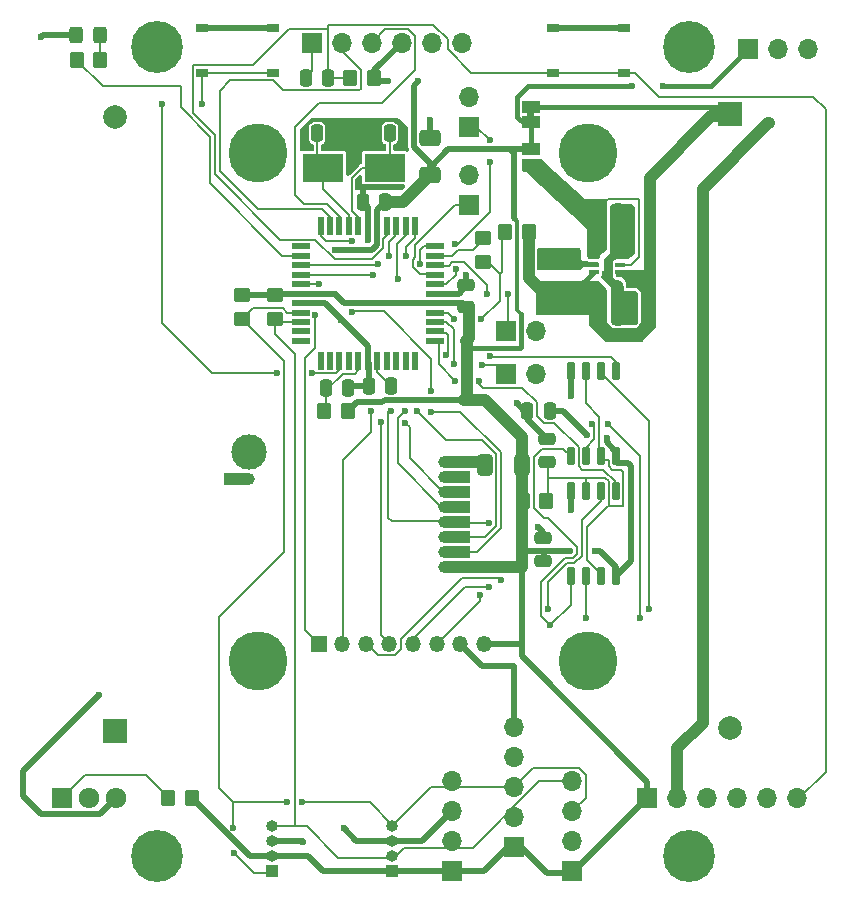
<source format=gbr>
%TF.GenerationSoftware,KiCad,Pcbnew,6.0.11-2627ca5db0~126~ubuntu22.04.1*%
%TF.CreationDate,2023-08-15T11:16:23+02:00*%
%TF.ProjectId,HB-UNI-SEN-BATT_ATMega1284P_E07-868MS10_FRAM_FUEL4EP,48422d55-4e49-42d5-9345-4e2d42415454,1.4*%
%TF.SameCoordinates,Original*%
%TF.FileFunction,Copper,L1,Top*%
%TF.FilePolarity,Positive*%
%FSLAX46Y46*%
G04 Gerber Fmt 4.6, Leading zero omitted, Abs format (unit mm)*
G04 Created by KiCad (PCBNEW 6.0.11-2627ca5db0~126~ubuntu22.04.1) date 2023-08-15 11:16:23*
%MOMM*%
%LPD*%
G01*
G04 APERTURE LIST*
G04 Aperture macros list*
%AMRoundRect*
0 Rectangle with rounded corners*
0 $1 Rounding radius*
0 $2 $3 $4 $5 $6 $7 $8 $9 X,Y pos of 4 corners*
0 Add a 4 corners polygon primitive as box body*
4,1,4,$2,$3,$4,$5,$6,$7,$8,$9,$2,$3,0*
0 Add four circle primitives for the rounded corners*
1,1,$1+$1,$2,$3*
1,1,$1+$1,$4,$5*
1,1,$1+$1,$6,$7*
1,1,$1+$1,$8,$9*
0 Add four rect primitives between the rounded corners*
20,1,$1+$1,$2,$3,$4,$5,0*
20,1,$1+$1,$4,$5,$6,$7,0*
20,1,$1+$1,$6,$7,$8,$9,0*
20,1,$1+$1,$8,$9,$2,$3,0*%
G04 Aperture macros list end*
%TA.AperFunction,SMDPad,CuDef*%
%ADD10RoundRect,0.250000X-0.325000X-0.450000X0.325000X-0.450000X0.325000X0.450000X-0.325000X0.450000X0*%
%TD*%
%TA.AperFunction,ComponentPad*%
%ADD11R,1.700000X1.700000*%
%TD*%
%TA.AperFunction,ComponentPad*%
%ADD12O,1.700000X1.700000*%
%TD*%
%TA.AperFunction,SMDPad,CuDef*%
%ADD13RoundRect,0.250000X0.412500X0.650000X-0.412500X0.650000X-0.412500X-0.650000X0.412500X-0.650000X0*%
%TD*%
%TA.AperFunction,SMDPad,CuDef*%
%ADD14RoundRect,0.250000X-0.450000X0.350000X-0.450000X-0.350000X0.450000X-0.350000X0.450000X0.350000X0*%
%TD*%
%TA.AperFunction,SMDPad,CuDef*%
%ADD15RoundRect,0.250000X-0.350000X-0.450000X0.350000X-0.450000X0.350000X0.450000X-0.350000X0.450000X0*%
%TD*%
%TA.AperFunction,SMDPad,CuDef*%
%ADD16RoundRect,0.250000X0.350000X0.450000X-0.350000X0.450000X-0.350000X-0.450000X0.350000X-0.450000X0*%
%TD*%
%TA.AperFunction,ComponentPad*%
%ADD17R,1.717500X1.800000*%
%TD*%
%TA.AperFunction,ComponentPad*%
%ADD18O,1.717500X1.800000*%
%TD*%
%TA.AperFunction,SMDPad,CuDef*%
%ADD19R,2.170000X1.000000*%
%TD*%
%TA.AperFunction,ComponentPad*%
%ADD20C,1.000000*%
%TD*%
%TA.AperFunction,ComponentPad*%
%ADD21C,3.000000*%
%TD*%
%TA.AperFunction,SMDPad,CuDef*%
%ADD22R,1.500000X1.000000*%
%TD*%
%TA.AperFunction,ComponentPad*%
%ADD23C,0.700000*%
%TD*%
%TA.AperFunction,ComponentPad*%
%ADD24C,4.400000*%
%TD*%
%TA.AperFunction,ComponentPad*%
%ADD25R,2.000000X2.000000*%
%TD*%
%TA.AperFunction,ComponentPad*%
%ADD26C,2.000000*%
%TD*%
%TA.AperFunction,SMDPad,CuDef*%
%ADD27RoundRect,0.250000X0.250000X0.475000X-0.250000X0.475000X-0.250000X-0.475000X0.250000X-0.475000X0*%
%TD*%
%TA.AperFunction,SMDPad,CuDef*%
%ADD28RoundRect,0.250000X-0.250000X-0.475000X0.250000X-0.475000X0.250000X0.475000X-0.250000X0.475000X0*%
%TD*%
%TA.AperFunction,SMDPad,CuDef*%
%ADD29R,3.500000X2.400000*%
%TD*%
%TA.AperFunction,SMDPad,CuDef*%
%ADD30RoundRect,0.250000X0.650000X-0.412500X0.650000X0.412500X-0.650000X0.412500X-0.650000X-0.412500X0*%
%TD*%
%TA.AperFunction,SMDPad,CuDef*%
%ADD31R,1.000000X0.750000*%
%TD*%
%TA.AperFunction,ComponentPad*%
%ADD32R,1.350000X1.350000*%
%TD*%
%TA.AperFunction,ComponentPad*%
%ADD33O,1.350000X1.350000*%
%TD*%
%TA.AperFunction,SMDPad,CuDef*%
%ADD34R,3.000000X0.900000*%
%TD*%
%TA.AperFunction,SMDPad,CuDef*%
%ADD35R,0.900000X0.400000*%
%TD*%
%TA.AperFunction,SMDPad,CuDef*%
%ADD36RoundRect,0.250000X0.450000X-0.350000X0.450000X0.350000X-0.450000X0.350000X-0.450000X-0.350000X0*%
%TD*%
%TA.AperFunction,ComponentPad*%
%ADD37R,1.000000X1.000000*%
%TD*%
%TA.AperFunction,ComponentPad*%
%ADD38O,1.000000X1.000000*%
%TD*%
%TA.AperFunction,SMDPad,CuDef*%
%ADD39R,0.550000X1.500000*%
%TD*%
%TA.AperFunction,SMDPad,CuDef*%
%ADD40R,1.500000X0.550000*%
%TD*%
%TA.AperFunction,SMDPad,CuDef*%
%ADD41RoundRect,0.250000X0.475000X-0.250000X0.475000X0.250000X-0.475000X0.250000X-0.475000X-0.250000X0*%
%TD*%
%TA.AperFunction,ComponentPad*%
%ADD42C,5.000000*%
%TD*%
%TA.AperFunction,SMDPad,CuDef*%
%ADD43RoundRect,0.150000X-0.150000X0.650000X-0.150000X-0.650000X0.150000X-0.650000X0.150000X0.650000X0*%
%TD*%
%TA.AperFunction,ViaPad*%
%ADD44C,0.600000*%
%TD*%
%TA.AperFunction,ViaPad*%
%ADD45C,1.000000*%
%TD*%
%TA.AperFunction,Conductor*%
%ADD46C,0.400000*%
%TD*%
%TA.AperFunction,Conductor*%
%ADD47C,0.500000*%
%TD*%
%TA.AperFunction,Conductor*%
%ADD48C,0.200000*%
%TD*%
%TA.AperFunction,Conductor*%
%ADD49C,1.000000*%
%TD*%
%TA.AperFunction,Conductor*%
%ADD50C,0.370000*%
%TD*%
G04 APERTURE END LIST*
%TO.C,JP2*%
G36*
X46937500Y-9181500D02*
G01*
X46337500Y-9181500D01*
X46337500Y-8681500D01*
X46937500Y-8681500D01*
X46937500Y-9181500D01*
G37*
%TD*%
D10*
%TO.P,D1,1,K*%
%TO.N,GND*%
X8138500Y-2200500D03*
%TO.P,D1,2,A*%
%TO.N,Net-(D1-Pad2)*%
X10188500Y-2200500D03*
%TD*%
D11*
%TO.P,J3,1,Pin_1*%
%TO.N,/A1*%
X44542000Y-30902500D03*
D12*
%TO.P,J3,2,Pin_2*%
%TO.N,GND*%
X47082000Y-30902500D03*
%TD*%
D11*
%TO.P,J4,1,Pin_1*%
%TO.N,/A3*%
X44542000Y-27219500D03*
D12*
%TO.P,J4,2,Pin_2*%
%TO.N,GND*%
X47082000Y-27219500D03*
%TD*%
D11*
%TO.P,J5,1,Pin_1*%
%TO.N,VCC*%
X56480000Y-66780000D03*
D12*
%TO.P,J5,2,Pin_2*%
%TO.N,/minusBAT*%
X59020000Y-66780000D03*
%TO.P,J5,3,Pin_3*%
%TO.N,/MOSI*%
X61560000Y-66780000D03*
%TO.P,J5,4,Pin_4*%
%TO.N,/SCK*%
X64100000Y-66780000D03*
%TO.P,J5,5,Pin_5*%
%TO.N,/MISO*%
X66640000Y-66780000D03*
%TO.P,J5,6,Pin_6*%
%TO.N,/RSETB*%
X69180000Y-66780000D03*
%TD*%
D13*
%TO.P,C1,1*%
%TO.N,VCC*%
X45850500Y-38586000D03*
%TO.P,C1,2*%
%TO.N,GND*%
X42725500Y-38586000D03*
%TD*%
D14*
%TO.P,R4,1*%
%TO.N,VCC*%
X22190000Y-24251000D03*
%TO.P,R4,2*%
%TO.N,/SCL*%
X22190000Y-26251000D03*
%TD*%
%TO.P,R5,1*%
%TO.N,VCC*%
X24984000Y-24235000D03*
%TO.P,R5,2*%
%TO.N,/SDA*%
X24984000Y-26235000D03*
%TD*%
D15*
%TO.P,R1,1*%
%TO.N,Net-(R1-Pad1)*%
X8172500Y-4296000D03*
%TO.P,R1,2*%
%TO.N,Net-(D1-Pad2)*%
X10172500Y-4296000D03*
%TD*%
D16*
%TO.P,R3,1*%
%TO.N,VCC*%
X17941600Y-66818100D03*
%TO.P,R3,2*%
%TO.N,Net-(Q1-Pad1)*%
X15941600Y-66818100D03*
%TD*%
D17*
%TO.P,Q1,1,G*%
%TO.N,Net-(Q1-Pad1)*%
X6950000Y-66780000D03*
D18*
%TO.P,Q1,2,D*%
%TO.N,/minusBAT*%
X9240000Y-66780000D03*
%TO.P,Q1,3,S*%
%TO.N,GND*%
X11530000Y-66780000D03*
%TD*%
D11*
%TO.P,J10,1,Pin_1*%
%TO.N,VCC*%
X64989000Y-3343500D03*
D12*
%TO.P,J10,2,Pin_2*%
%TO.N,/plusBAT*%
X67529000Y-3343500D03*
%TO.P,J10,3,Pin_3*%
%TO.N,/minusBAT*%
X70069000Y-3343500D03*
%TD*%
D19*
%TO.P,Module1,1A,GND*%
%TO.N,GND*%
X21715000Y-39750000D03*
D20*
X22800000Y-39750000D03*
%TO.P,Module1,1C,VCC*%
%TO.N,VCC*%
X39260000Y-47200000D03*
D19*
X40345000Y-47200000D03*
D21*
%TO.P,Module1,2A,ANT*%
%TO.N,unconnected-(Module1-Pad2A)*%
X22800000Y-37470000D03*
D19*
%TO.P,Module1,2C,GDO0*%
%TO.N,/D2*%
X40345000Y-45930000D03*
D20*
X39260000Y-45930000D03*
D19*
%TO.P,Module1,3C,~{CSN}*%
%TO.N,/SS*%
X40345000Y-44660000D03*
D20*
X39260000Y-44660000D03*
D19*
%TO.P,Module1,4C,SCK*%
%TO.N,/SCK*%
X40345000Y-43390000D03*
D20*
X39260000Y-43390000D03*
%TO.P,Module1,5C,MOSI*%
%TO.N,/MOSI*%
X39260000Y-42120000D03*
D19*
X40345000Y-42120000D03*
D20*
%TO.P,Module1,6C,MISO/GDO1*%
%TO.N,/MISO*%
X39260000Y-40850000D03*
D19*
X40345000Y-40850000D03*
%TO.P,Module1,7C,GDO2*%
%TO.N,unconnected-(Module1-Pad7C)*%
X40345000Y-39580000D03*
D20*
X39260000Y-39580000D03*
%TO.P,Module1,8C,GND*%
%TO.N,GND*%
X39260000Y-38310000D03*
D19*
X40345000Y-38310000D03*
%TD*%
D22*
%TO.P,JP2,1,A*%
%TO.N,/plusBAT*%
X46637500Y-8281500D03*
%TO.P,JP2,2,B*%
%TO.N,VCC*%
X46637500Y-9581500D03*
%TD*%
D11*
%TO.P,J8,1,Pin_1*%
%TO.N,VCC*%
X39970000Y-73003000D03*
D12*
%TO.P,J8,2,Pin_2*%
%TO.N,/SDA*%
X39970000Y-70463000D03*
%TO.P,J8,3,Pin_3*%
%TO.N,GND*%
X39970000Y-67923000D03*
%TO.P,J8,4,Pin_4*%
%TO.N,/SCL*%
X39970000Y-65383000D03*
%TD*%
D23*
%TO.P,H2,1*%
%TO.N,N/C*%
X58727200Y-4522800D03*
X60000000Y-5050000D03*
X61272800Y-4522800D03*
X61800000Y-3250000D03*
X60000000Y-1450000D03*
D24*
X60000000Y-3250000D03*
D23*
X58200000Y-3250000D03*
X58727200Y-1977200D03*
X61272800Y-1977200D03*
%TD*%
%TO.P,H4,1*%
%TO.N,N/C*%
X58200000Y-71750000D03*
X60000000Y-73550000D03*
X61272800Y-73022800D03*
X58727200Y-73022800D03*
X58727200Y-70477200D03*
X60000000Y-69950000D03*
X61272800Y-70477200D03*
X61800000Y-71750000D03*
D24*
X60000000Y-71750000D03*
%TD*%
D23*
%TO.P,H1,1*%
%TO.N,N/C*%
X16272800Y-4522800D03*
X13727200Y-4522800D03*
X15000000Y-1450000D03*
X13200000Y-3250000D03*
X16800000Y-3250000D03*
D24*
X15000000Y-3250000D03*
D23*
X15000000Y-5050000D03*
X16272800Y-1977200D03*
X13727200Y-1977200D03*
%TD*%
%TO.P,H3,1*%
%TO.N,N/C*%
X13727200Y-70477200D03*
X13200000Y-71750000D03*
X15000000Y-73550000D03*
X15000000Y-69950000D03*
X13727200Y-73022800D03*
X16800000Y-71750000D03*
X16272800Y-70477200D03*
D24*
X15000000Y-71750000D03*
D23*
X16272800Y-73022800D03*
%TD*%
D25*
%TO.P,BT2,1,+*%
%TO.N,/conBAT*%
X11420000Y-61100000D03*
D26*
%TO.P,BT2,2,-*%
%TO.N,/minusBAT*%
X11420000Y-9110000D03*
%TD*%
D27*
%TO.P,C2,1*%
%TO.N,GND*%
X31168900Y-32050000D03*
%TO.P,C2,2*%
%TO.N,/VAVCC*%
X29268900Y-32050000D03*
%TD*%
%TO.P,C4,1*%
%TO.N,VCC*%
X34316000Y-16361000D03*
%TO.P,C4,2*%
%TO.N,GND*%
X32416000Y-16361000D03*
%TD*%
D28*
%TO.P,C6,1*%
%TO.N,Net-(C6-Pad1)*%
X28542500Y-10519000D03*
%TO.P,C6,2*%
%TO.N,GND*%
X30442500Y-10519000D03*
%TD*%
D27*
%TO.P,C8,1*%
%TO.N,Net-(C8-Pad1)*%
X34801100Y-31893100D03*
%TO.P,C8,2*%
%TO.N,GND*%
X32901100Y-31893100D03*
%TD*%
D11*
%TO.P,J12,1,Pin_1*%
%TO.N,/DTR*%
X28070100Y-2860900D03*
D12*
%TO.P,J12,2,Pin_2*%
%TO.N,/TXD0*%
X30610100Y-2860900D03*
%TO.P,J12,3,Pin_3*%
%TO.N,/RXD0*%
X33150100Y-2860900D03*
%TO.P,J12,4,Pin_4*%
%TO.N,VCC*%
X35690100Y-2860900D03*
%TO.P,J12,5,Pin_5*%
%TO.N,GND*%
X38230100Y-2860900D03*
%TO.P,J12,6,Pin_6*%
X40770100Y-2860900D03*
%TD*%
D16*
%TO.P,R2,1*%
%TO.N,VCC*%
X33315200Y-5870800D03*
%TO.P,R2,2*%
%TO.N,/RSETB*%
X31315200Y-5870800D03*
%TD*%
%TO.P,R6,1*%
%TO.N,VCC*%
X31143500Y-34000000D03*
%TO.P,R6,2*%
%TO.N,/VAVCC*%
X29143500Y-34000000D03*
%TD*%
D29*
%TO.P,Y1,1,1*%
%TO.N,Net-(C6-Pad1)*%
X29051500Y-13440000D03*
%TO.P,Y1,2,2*%
%TO.N,Net-(C7-Pad1)*%
X34251500Y-13440000D03*
%TD*%
D30*
%TO.P,C5,1*%
%TO.N,VCC*%
X38065000Y-14037700D03*
%TO.P,C5,2*%
%TO.N,GND*%
X38065000Y-10912700D03*
%TD*%
D31*
%TO.P,SW2,A*%
%TO.N,GND*%
X48500000Y-1625000D03*
%TO.P,SW2,B,e*%
X54500000Y-1625000D03*
%TO.P,SW2,C*%
%TO.N,/RSETB*%
X48500000Y-5375000D03*
%TO.P,SW2,D*%
X54500000Y-5375000D03*
%TD*%
%TO.P,SW1,A*%
%TO.N,/CONFIG*%
X24800000Y-5375000D03*
%TO.P,SW1,B,e*%
X18800000Y-5375000D03*
%TO.P,SW1,C*%
%TO.N,GND*%
X24800000Y-1625000D03*
%TO.P,SW1,D*%
X18800000Y-1625000D03*
%TD*%
D25*
%TO.P,BT1,1,+*%
%TO.N,/plusBAT*%
X63490000Y-8860000D03*
D26*
%TO.P,BT1,2,-*%
%TO.N,/conBAT*%
X63490000Y-60850000D03*
%TD*%
D32*
%TO.P,J11,1,Pin_1*%
%TO.N,/D7*%
X28667000Y-53750000D03*
D33*
%TO.P,J11,2,Pin_2*%
%TO.N,/D6*%
X30667000Y-53750000D03*
%TO.P,J11,3,Pin_3*%
%TO.N,/MISO*%
X32667000Y-53750000D03*
%TO.P,J11,4,Pin_4*%
%TO.N,/D5*%
X34667000Y-53750000D03*
%TO.P,J11,5,Pin_5*%
%TO.N,/SCK*%
X36667000Y-53750000D03*
%TO.P,J11,6,Pin_6*%
%TO.N,/MOSI*%
X38667000Y-53750000D03*
%TO.P,J11,7,Pin_7*%
%TO.N,GND*%
X40667000Y-53750000D03*
%TO.P,J11,8,Pin_8*%
%TO.N,VCC*%
X42667000Y-53750000D03*
%TD*%
D28*
%TO.P,C11,1*%
%TO.N,/plusBAT*%
X52080680Y-26053640D03*
%TO.P,C11,2*%
%TO.N,GND*%
X53980680Y-26053640D03*
%TD*%
%TO.P,C12,1*%
%TO.N,/Vout*%
X52101000Y-19210880D03*
%TO.P,C12,2*%
%TO.N,GND*%
X54001000Y-19210880D03*
%TD*%
%TO.P,C13,1*%
%TO.N,/Vout*%
X52101000Y-17204280D03*
%TO.P,C13,2*%
%TO.N,GND*%
X54001000Y-17204280D03*
%TD*%
D22*
%TO.P,JP3,1,A*%
%TO.N,/Vout*%
X46688300Y-13188300D03*
%TO.P,JP3,2,B*%
%TO.N,VCC*%
X46688300Y-11888300D03*
%TD*%
D34*
%TO.P,L1,1,1*%
%TO.N,/plusBAT*%
X48809200Y-23684000D03*
%TO.P,L1,2,2*%
%TO.N,Net-(L1-Pad2)*%
X48809200Y-21584000D03*
%TD*%
D35*
%TO.P,U2,1,VIN*%
%TO.N,/plusBAT*%
X54214500Y-22281500D03*
%TO.P,U2,2,FB*%
%TO.N,/Vout*%
X54214500Y-21631500D03*
%TO.P,U2,3,GND*%
%TO.N,GND*%
X54214500Y-20981500D03*
%TO.P,U2,4,VOUT*%
%TO.N,/Vout*%
X52014500Y-20981500D03*
%TO.P,U2,5,L*%
%TO.N,Net-(L1-Pad2)*%
X52014500Y-21631500D03*
%TO.P,U2,6,EN*%
%TO.N,/plusBAT*%
X52014500Y-22281500D03*
%TD*%
D16*
%TO.P,R8,1*%
%TO.N,/plusBAT*%
X46456400Y-18875600D03*
%TO.P,R8,2*%
%TO.N,/A0*%
X44456400Y-18875600D03*
%TD*%
D36*
%TO.P,R7,1*%
%TO.N,/A0*%
X42616680Y-21384360D03*
%TO.P,R7,2*%
%TO.N,/A2*%
X42616680Y-19384360D03*
%TD*%
D11*
%TO.P,J1,1,Pin_1*%
%TO.N,/PB0_T0*%
X41400000Y-10011000D03*
D12*
%TO.P,J1,2,Pin_2*%
%TO.N,GND*%
X41400000Y-7471000D03*
%TD*%
D37*
%TO.P,J6,1,Pin_1*%
%TO.N,/SCL*%
X24730000Y-73000000D03*
D38*
%TO.P,J6,2,Pin_2*%
%TO.N,VCC*%
X24730000Y-71730000D03*
%TO.P,J6,3,Pin_3*%
%TO.N,GND*%
X24730000Y-70460000D03*
%TO.P,J6,4,Pin_4*%
%TO.N,/SDA*%
X24730000Y-69190000D03*
%TD*%
D27*
%TO.P,C9,1*%
%TO.N,/RSETB*%
X29474800Y-5870800D03*
%TO.P,C9,2*%
%TO.N,/DTR*%
X27574800Y-5870800D03*
%TD*%
%TO.P,C7,1*%
%TO.N,Net-(C7-Pad1)*%
X34697000Y-10519000D03*
%TO.P,C7,2*%
%TO.N,GND*%
X32797000Y-10519000D03*
%TD*%
D39*
%TO.P,U1,1,PB5*%
%TO.N,/MOSI*%
X36832600Y-18395300D03*
%TO.P,U1,2,PB6*%
%TO.N,/MISO*%
X36032600Y-18395300D03*
%TO.P,U1,3,PB7*%
%TO.N,/SCK*%
X35232600Y-18395300D03*
%TO.P,U1,4,~{RESET}*%
%TO.N,/RSETB*%
X34432600Y-18395300D03*
%TO.P,U1,5,VCC*%
%TO.N,VCC*%
X33632600Y-18395300D03*
%TO.P,U1,6,GND*%
%TO.N,GND*%
X32832600Y-18395300D03*
%TO.P,U1,7,XTAL2*%
%TO.N,Net-(C7-Pad1)*%
X32032600Y-18395300D03*
%TO.P,U1,8,XTAL1*%
%TO.N,Net-(C6-Pad1)*%
X31232600Y-18395300D03*
%TO.P,U1,9,PD0*%
%TO.N,/RXD0*%
X30432600Y-18395300D03*
%TO.P,U1,10,PD1*%
%TO.N,/TXD0*%
X29632600Y-18395300D03*
%TO.P,U1,11,PD2*%
%TO.N,/D2*%
X28832600Y-18395300D03*
D40*
%TO.P,U1,12,PD3*%
%TO.N,unconnected-(U1-Pad12)*%
X27132600Y-20095300D03*
%TO.P,U1,13,PD4*%
%TO.N,Net-(R1-Pad1)*%
X27132600Y-20895300D03*
%TO.P,U1,14,PD5*%
%TO.N,/D5*%
X27132600Y-21695300D03*
%TO.P,U1,15,PD6*%
%TO.N,/D6*%
X27132600Y-22495300D03*
%TO.P,U1,16,PD7*%
%TO.N,/D7*%
X27132600Y-23295300D03*
%TO.P,U1,17,VCC*%
%TO.N,VCC*%
X27132600Y-24095300D03*
%TO.P,U1,18,GND*%
%TO.N,GND*%
X27132600Y-24895300D03*
%TO.P,U1,19,PC0*%
%TO.N,/SCL*%
X27132600Y-25695300D03*
%TO.P,U1,20,PC1*%
%TO.N,/SDA*%
X27132600Y-26495300D03*
%TO.P,U1,21,PC2*%
%TO.N,unconnected-(U1-Pad21)*%
X27132600Y-27295300D03*
%TO.P,U1,22,PC3*%
%TO.N,unconnected-(U1-Pad22)*%
X27132600Y-28095300D03*
D39*
%TO.P,U1,23,PC4*%
%TO.N,unconnected-(U1-Pad23)*%
X28832600Y-29795300D03*
%TO.P,U1,24,PC5*%
%TO.N,unconnected-(U1-Pad24)*%
X29632600Y-29795300D03*
%TO.P,U1,25,PC6*%
%TO.N,/CONFIG*%
X30432600Y-29795300D03*
%TO.P,U1,26,PC7*%
%TO.N,unconnected-(U1-Pad26)*%
X31232600Y-29795300D03*
%TO.P,U1,27,AVCC*%
%TO.N,/VAVCC*%
X32032600Y-29795300D03*
%TO.P,U1,28,GND*%
%TO.N,GND*%
X32832600Y-29795300D03*
%TO.P,U1,29,AREF*%
%TO.N,Net-(C8-Pad1)*%
X33632600Y-29795300D03*
%TO.P,U1,30,PA7*%
%TO.N,unconnected-(U1-Pad30)*%
X34432600Y-29795300D03*
%TO.P,U1,31,PA6*%
%TO.N,unconnected-(U1-Pad31)*%
X35232600Y-29795300D03*
%TO.P,U1,32,PA5*%
%TO.N,unconnected-(U1-Pad32)*%
X36032600Y-29795300D03*
%TO.P,U1,33,PA4*%
%TO.N,unconnected-(U1-Pad33)*%
X36832600Y-29795300D03*
D40*
%TO.P,U1,34,PA3*%
%TO.N,/PA3*%
X38532600Y-28095300D03*
%TO.P,U1,35,PA2*%
%TO.N,/PA2*%
X38532600Y-27295300D03*
%TO.P,U1,36,PA1*%
%TO.N,/A1*%
X38532600Y-26495300D03*
%TO.P,U1,37,PA0*%
%TO.N,/A0*%
X38532600Y-25695300D03*
%TO.P,U1,38,VCC*%
%TO.N,VCC*%
X38532600Y-24895300D03*
%TO.P,U1,39,GND*%
%TO.N,GND*%
X38532600Y-24095300D03*
%TO.P,U1,40,PB0*%
%TO.N,/PB0_T0*%
X38532600Y-23295300D03*
%TO.P,U1,41,PB1*%
%TO.N,/PB1_T1*%
X38532600Y-22495300D03*
%TO.P,U1,42,PB2*%
%TO.N,/A3*%
X38532600Y-21695300D03*
%TO.P,U1,43,PB3*%
%TO.N,/A2*%
X38532600Y-20895300D03*
%TO.P,U1,44,PB4*%
%TO.N,/SS*%
X38532600Y-20095300D03*
%TD*%
D41*
%TO.P,C3,1*%
%TO.N,VCC*%
X41176500Y-25248500D03*
%TO.P,C3,2*%
%TO.N,GND*%
X41176500Y-23348500D03*
%TD*%
D11*
%TO.P,J2,1,Pin_1*%
%TO.N,/PB1_T1*%
X41400000Y-16615000D03*
D12*
%TO.P,J2,2,Pin_2*%
%TO.N,GND*%
X41400000Y-14075000D03*
%TD*%
D11*
%TO.P,J9,1,Pin_1*%
%TO.N,VCC*%
X50130000Y-73000000D03*
D12*
%TO.P,J9,2,Pin_2*%
%TO.N,GND*%
X50130000Y-70460000D03*
%TO.P,J9,3,Pin_3*%
%TO.N,/SCL*%
X50130000Y-67920000D03*
%TO.P,J9,4,Pin_4*%
%TO.N,/SDA*%
X50130000Y-65380000D03*
%TD*%
D42*
%TO.P,H5,1*%
%TO.N,N/C*%
X23510800Y-12200000D03*
%TD*%
%TO.P,H6,1*%
%TO.N,N/C*%
X23510800Y-55200000D03*
%TD*%
%TO.P,H7,1*%
%TO.N,N/C*%
X51510800Y-12200000D03*
%TD*%
%TO.P,H8,1*%
%TO.N,N/C*%
X51510800Y-55200000D03*
%TD*%
D43*
%TO.P,U3,1,~{CS}*%
%TO.N,/PA3*%
X53813000Y-40828000D03*
%TO.P,U3,2,SO*%
%TO.N,/MISO*%
X52543000Y-40828000D03*
%TO.P,U3,3,~{WP}*%
%TO.N,/~{hold}*%
X51273000Y-40828000D03*
%TO.P,U3,4,GND*%
%TO.N,GND*%
X50003000Y-40828000D03*
%TO.P,U3,5,SI*%
%TO.N,/MOSI*%
X50003000Y-48028000D03*
%TO.P,U3,6,SCK*%
%TO.N,/SCK*%
X51273000Y-48028000D03*
%TO.P,U3,7,~{HOLD}*%
%TO.N,/~{hold}*%
X52543000Y-48028000D03*
%TO.P,U3,8,VDD*%
%TO.N,VCC*%
X53813000Y-48028000D03*
%TD*%
%TO.P,U4,1,~{CS}*%
%TO.N,/PA2*%
X53813000Y-30668000D03*
%TO.P,U4,2,SO*%
%TO.N,/MISO*%
X52543000Y-30668000D03*
%TO.P,U4,3,~{WP}*%
%TO.N,/~{hold}*%
X51273000Y-30668000D03*
%TO.P,U4,4,GND*%
%TO.N,GND*%
X50003000Y-30668000D03*
%TO.P,U4,5,SI*%
%TO.N,/MOSI*%
X50003000Y-37868000D03*
%TO.P,U4,6,SCK*%
%TO.N,/SCK*%
X51273000Y-37868000D03*
%TO.P,U4,7,~{HOLD}*%
%TO.N,/~{hold}*%
X52543000Y-37868000D03*
%TO.P,U4,8,VDD*%
%TO.N,VCC*%
X53813000Y-37868000D03*
%TD*%
D16*
%TO.P,R9,1*%
%TO.N,/~{hold}*%
X47939000Y-41634000D03*
%TO.P,R9,2*%
%TO.N,VCC*%
X45939000Y-41634000D03*
%TD*%
D41*
%TO.P,C14,1*%
%TO.N,/~{hold}*%
X47971000Y-38329500D03*
%TO.P,C14,2*%
%TO.N,GND*%
X47971000Y-36429500D03*
%TD*%
%TO.P,C15,1*%
%TO.N,VCC*%
X47653500Y-46711500D03*
%TO.P,C15,2*%
%TO.N,GND*%
X47653500Y-44811500D03*
%TD*%
D28*
%TO.P,C10,1*%
%TO.N,/plusBAT*%
X52080680Y-24057200D03*
%TO.P,C10,2*%
%TO.N,GND*%
X53980680Y-24057200D03*
%TD*%
D37*
%TO.P,J7,1,Pin_1*%
%TO.N,VCC*%
X34890000Y-73003000D03*
D38*
%TO.P,J7,2,Pin_2*%
%TO.N,/SDA*%
X34890000Y-71733000D03*
%TO.P,J7,3,Pin_3*%
%TO.N,GND*%
X34890000Y-70463000D03*
%TO.P,J7,4,Pin_4*%
%TO.N,/SCL*%
X34890000Y-69193000D03*
%TD*%
D11*
%TO.P,J13,1,Pin_1*%
%TO.N,VCC*%
X45177000Y-70971000D03*
D12*
%TO.P,J13,2,Pin_2*%
%TO.N,/SDA*%
X45177000Y-68431000D03*
%TO.P,J13,3,Pin_3*%
%TO.N,/SCL*%
X45177000Y-65891000D03*
%TO.P,J13,4,Pin_4*%
%TO.N,unconnected-(J13-Pad4)*%
X45177000Y-63351000D03*
%TO.P,J13,5,Pin_5*%
%TO.N,GND*%
X45177000Y-60811000D03*
%TD*%
D27*
%TO.P,C16,1*%
%TO.N,VCC*%
X48220000Y-34014000D03*
%TO.P,C16,2*%
%TO.N,GND*%
X46320000Y-34014000D03*
%TD*%
D44*
%TO.N,GND*%
X30775200Y-69370800D03*
X50003000Y-32744000D03*
X41176500Y-22520500D03*
D45*
X55083000Y-24362000D03*
D44*
X51878600Y-1625000D03*
X50003000Y-42396000D03*
D45*
X54956000Y-18520000D03*
D44*
X47272500Y-43856500D03*
X27371600Y-70488400D03*
X32416000Y-15220500D03*
X10099600Y-58042400D03*
D45*
X54956000Y-17123000D03*
D44*
X32822962Y-19551762D03*
D45*
X54956000Y-19790000D03*
D44*
X45431000Y-33379000D03*
X31651500Y-12106500D03*
X38065000Y-9376000D03*
D45*
X55083000Y-26013000D03*
D44*
X21809000Y-1629000D03*
X31651500Y-10519000D03*
X5172000Y-2391000D03*
X30572000Y-26330500D03*
%TO.N,/SS*%
X37239500Y-21568000D03*
X36998006Y-34014000D03*
%TO.N,/D2*%
X31461000Y-25645300D03*
X38192000Y-32318110D03*
X38192000Y-34077500D03*
X31461000Y-19645302D03*
%TO.N,/SCL*%
X21450331Y-69297669D03*
X27298500Y-67161000D03*
X21469174Y-71437836D03*
X26000000Y-67161000D03*
%TO.N,/A0*%
X40160500Y-26267000D03*
X42446500Y-26267000D03*
%TO.N,/A1*%
X40097000Y-30077002D03*
X42510004Y-30140500D03*
%TO.N,/A3*%
X44732500Y-24108000D03*
X42891000Y-24108000D03*
%TO.N,/MOSI*%
X42340000Y-49630000D03*
X48288499Y-52175001D03*
X36096500Y-20933000D03*
X35969500Y-34014000D03*
%TO.N,/SCK*%
X34763000Y-34014000D03*
X53178000Y-35156994D03*
X55845000Y-51540000D03*
X34636000Y-20933000D03*
X51781000Y-35157000D03*
X43070000Y-43490000D03*
X43070000Y-48960000D03*
X51273000Y-51540000D03*
%TO.N,/MISO*%
X44097500Y-48365000D03*
X35345499Y-22838000D03*
X56607000Y-50778000D03*
X48098000Y-50778000D03*
X35969500Y-35030000D03*
%TO.N,VCC*%
X55235400Y-6531200D03*
X53050996Y-36300000D03*
X49939500Y-45863500D03*
X30064000Y-24108000D03*
X30082364Y-20406636D03*
X57851600Y-6531200D03*
X37074400Y-6124800D03*
X51400000Y-36046000D03*
X52098503Y-45888497D03*
X34534400Y-6124800D03*
D45*
%TO.N,/minusBAT*%
X66779700Y-9680800D03*
%TO.N,/plusBAT*%
X55210000Y-22838000D03*
X51146000Y-23473000D03*
D44*
%TO.N,/D5*%
X33683500Y-21568000D03*
X33937500Y-34966500D03*
%TO.N,/D6*%
X33073997Y-34014000D03*
X33274000Y-22495300D03*
%TO.N,/D7*%
X28382602Y-25922012D03*
X28679800Y-23295300D03*
%TO.N,/CONFIG*%
X25117301Y-30845301D03*
X28089199Y-30845301D03*
X18800000Y-8018000D03*
X15420000Y-8018000D03*
%TO.N,/PB0_T0*%
X40220565Y-19891718D03*
X43145000Y-11090500D03*
X40287500Y-22012500D03*
X43145000Y-12932000D03*
%TO.N,/PA2*%
X43145000Y-29380000D03*
X39462000Y-29315000D03*
%TO.N,/PA3*%
X40224000Y-31474000D03*
X42256000Y-31474000D03*
%TD*%
D46*
%TO.N,/plusBAT*%
X51146000Y-23473000D02*
X51146000Y-23150000D01*
X51146000Y-23150000D02*
X52014500Y-22281500D01*
D47*
%TO.N,GND*%
X42521000Y-55604000D02*
X40667000Y-53750000D01*
X31588000Y-10519000D02*
X31651500Y-10519000D01*
X5362500Y-2200500D02*
X5172000Y-2391000D01*
X54500000Y-1625000D02*
X51878600Y-1625000D01*
X38065000Y-10912700D02*
X38065000Y-9376000D01*
X32416000Y-16361000D02*
X32416000Y-15220500D01*
X54956000Y-18520000D02*
X54321000Y-19155000D01*
X24730000Y-70460000D02*
X27343200Y-70460000D01*
D48*
X52924000Y-21637240D02*
X52924000Y-22965000D01*
D47*
X30563150Y-26321650D02*
X30572000Y-26330500D01*
X54448000Y-24362000D02*
X54194000Y-24108000D01*
D48*
X52924000Y-22965000D02*
X54067000Y-24108000D01*
D47*
X3648000Y-64494000D02*
X10099600Y-58042400D01*
X32832600Y-18395300D02*
X32832600Y-16780100D01*
X54956000Y-19790000D02*
X54321000Y-19155000D01*
X27343200Y-70460000D02*
X27371600Y-70488400D01*
D48*
X53582280Y-20978960D02*
X52924000Y-21637240D01*
D47*
X46320000Y-34739000D02*
X47844000Y-36263000D01*
X3648000Y-66627600D02*
X3648000Y-64494000D01*
X55083000Y-24362000D02*
X54448000Y-24362000D01*
D48*
X54232280Y-20978960D02*
X53582280Y-20978960D01*
D47*
X45177000Y-55629400D02*
X45151600Y-55604000D01*
X50003000Y-40828000D02*
X50003000Y-42396000D01*
X21813000Y-1625000D02*
X21809000Y-1629000D01*
X47653500Y-44237500D02*
X47272500Y-43856500D01*
X10180000Y-68130000D02*
X5150400Y-68130000D01*
X38532600Y-24095300D02*
X40554200Y-24095300D01*
X30442500Y-10519000D02*
X31588000Y-10519000D01*
X32832600Y-16780100D02*
X32477000Y-16424500D01*
X54956000Y-17123000D02*
X53940000Y-17123000D01*
X5150400Y-68130000D02*
X3648000Y-66627600D01*
X45177000Y-60811000D02*
X45177000Y-55629400D01*
X32832600Y-28545300D02*
X30563150Y-26275850D01*
X30563150Y-26275850D02*
X30563150Y-26321650D01*
X34890000Y-70463000D02*
X31867400Y-70463000D01*
X45151600Y-55604000D02*
X42521000Y-55604000D01*
X32832600Y-19542124D02*
X32822962Y-19551762D01*
X32901100Y-31893100D02*
X32901100Y-29993100D01*
X31588000Y-10519000D02*
X32794500Y-10519000D01*
X8138500Y-2200500D02*
X5362500Y-2200500D01*
X41176500Y-23348500D02*
X41176500Y-22520500D01*
X11530000Y-66780000D02*
X10180000Y-68130000D01*
D49*
X40345000Y-38310000D02*
X42792800Y-38310000D01*
D47*
X55083000Y-26013000D02*
X54067000Y-26013000D01*
D46*
X54270200Y-24158800D02*
X54331160Y-24219760D01*
D47*
X32832600Y-18395300D02*
X32832600Y-19542124D01*
X34890000Y-70463000D02*
X37430000Y-70463000D01*
X40554200Y-24095300D02*
X41176500Y-23473000D01*
X51878600Y-1625000D02*
X48432200Y-1625000D01*
X50003000Y-31176000D02*
X50003000Y-32744000D01*
X47653500Y-44811500D02*
X47653500Y-44237500D01*
X18796300Y-1625000D02*
X21813000Y-1625000D01*
X46320000Y-34014000D02*
X46066000Y-34014000D01*
X31867400Y-70463000D02*
X30775200Y-69370800D01*
X46066000Y-34014000D02*
X45431000Y-33379000D01*
X54001000Y-19210880D02*
X54001000Y-20740000D01*
X54001000Y-17204280D02*
X54001000Y-19216000D01*
X31651500Y-10519000D02*
X31651500Y-12106500D01*
X29182600Y-24895300D02*
X27132600Y-24895300D01*
X32901100Y-31893100D02*
X31359400Y-31893100D01*
X46320000Y-34014000D02*
X46320000Y-34739000D01*
X37430000Y-70463000D02*
X39970000Y-67923000D01*
X21813000Y-1625000D02*
X24853000Y-1625000D01*
X32832600Y-29795300D02*
X32832600Y-28545300D01*
X30563150Y-26275850D02*
X29182600Y-24895300D01*
D48*
%TO.N,Net-(D1-Pad2)*%
X10188500Y-2200500D02*
X10188500Y-4169000D01*
%TO.N,/SS*%
X43688010Y-43759992D02*
X43688010Y-37708176D01*
X42788002Y-44660000D02*
X43688010Y-43759992D01*
X39260000Y-44660000D02*
X42788002Y-44660000D01*
X42470334Y-36490500D02*
X39474506Y-36490500D01*
X39474506Y-36490500D02*
X36998006Y-34014000D01*
X37582600Y-20095300D02*
X37239500Y-20438400D01*
X43688010Y-37708176D02*
X42470334Y-36490500D01*
X38532600Y-20095300D02*
X37582600Y-20095300D01*
X37239500Y-20438400D02*
X37239500Y-21568000D01*
%TO.N,/D2*%
X42083700Y-45930000D02*
X44088020Y-43925681D01*
X31461000Y-25568500D02*
X31461000Y-25645300D01*
X40623033Y-34077500D02*
X38192000Y-34077500D01*
X28857500Y-19185202D02*
X28857500Y-18393000D01*
X40345000Y-45930000D02*
X42083700Y-45930000D01*
X44088020Y-43925681D02*
X44088020Y-37542487D01*
X38192000Y-29589698D02*
X34170802Y-25568500D01*
X38192000Y-32318110D02*
X38192000Y-29589698D01*
X31461000Y-19645302D02*
X29317600Y-19645302D01*
X34170802Y-25568500D02*
X31461000Y-25568500D01*
X44088020Y-37542487D02*
X40623033Y-34077500D01*
X29317600Y-19645302D02*
X28857500Y-19185202D01*
%TO.N,/SCL*%
X27132600Y-25695300D02*
X26022134Y-25695300D01*
X25661824Y-25334990D02*
X23122010Y-25334990D01*
X50130000Y-67920000D02*
X51280001Y-66769999D01*
X20221500Y-65954500D02*
X21428000Y-67161000D01*
X46838001Y-64229999D02*
X45177000Y-65891000D01*
X21428000Y-67161000D02*
X21428000Y-69320000D01*
X26022134Y-25695300D02*
X25661824Y-25334990D01*
X32985000Y-67161000D02*
X34890000Y-69066000D01*
X23161338Y-73130000D02*
X21469174Y-71437836D01*
X24603000Y-73130000D02*
X23161338Y-73130000D01*
X51280001Y-64827999D02*
X50682001Y-64229999D01*
X50682001Y-64229999D02*
X46838001Y-64229999D01*
X45177000Y-65891000D02*
X40732000Y-65891000D01*
X27298500Y-67161000D02*
X32985000Y-67161000D01*
X22063000Y-26140000D02*
X25717302Y-29794302D01*
X21428000Y-69320000D02*
X21450331Y-69297669D01*
X21428000Y-67161000D02*
X26000000Y-67161000D01*
X38192000Y-65891000D02*
X34890000Y-69193000D01*
X51280001Y-66769999D02*
X51280001Y-64827999D01*
X20221500Y-51445298D02*
X20221500Y-65954500D01*
X25717302Y-29794302D02*
X25717302Y-45949496D01*
X25717302Y-45949496D02*
X20221500Y-51445298D01*
X40732000Y-65891000D02*
X38192000Y-65891000D01*
X23122010Y-25334990D02*
X22190000Y-26267000D01*
%TO.N,/SDA*%
X26762000Y-69193000D02*
X24857000Y-69193000D01*
X26698500Y-69129500D02*
X26762000Y-69193000D01*
X41706499Y-71012501D02*
X35864499Y-71012501D01*
X26698500Y-29226202D02*
X26698500Y-69129500D01*
X50130000Y-65380000D02*
X47339000Y-65380000D01*
X35864499Y-71012501D02*
X35017000Y-71860000D01*
X27651000Y-69193000D02*
X26762000Y-69193000D01*
X24984000Y-27511702D02*
X26698500Y-29226202D01*
X27132600Y-26495300D02*
X25212300Y-26495300D01*
X24984000Y-26267000D02*
X24984000Y-27511702D01*
X47339000Y-65380000D02*
X41706499Y-71012501D01*
X35017000Y-71860000D02*
X30318000Y-71860000D01*
X30318000Y-71860000D02*
X27651000Y-69193000D01*
%TO.N,/A0*%
X44034000Y-24679500D02*
X44034000Y-22393500D01*
X44034000Y-24679500D02*
X42446500Y-26267000D01*
X39588800Y-25695300D02*
X40160500Y-26267000D01*
X44173700Y-22253800D02*
X44034000Y-22393500D01*
X38532600Y-25695300D02*
X39588800Y-25695300D01*
X44173700Y-22253800D02*
X44173700Y-19107500D01*
X42954500Y-21314000D02*
X44034000Y-22393500D01*
%TO.N,/A1*%
X40097000Y-27109700D02*
X40097000Y-30077002D01*
X42510004Y-30140500D02*
X44034000Y-30140500D01*
X38532600Y-26495300D02*
X39482600Y-26495300D01*
X39482600Y-26495300D02*
X40097000Y-27109700D01*
X44034000Y-30140500D02*
X44669000Y-30775500D01*
%TO.N,/A2*%
X40462000Y-20441000D02*
X39970000Y-20933000D01*
X41732000Y-20441000D02*
X42827500Y-19345500D01*
X41732000Y-20441000D02*
X40462000Y-20441000D01*
X39970000Y-20933000D02*
X38509500Y-20933000D01*
%TO.N,/A3*%
X39999499Y-21412499D02*
X40956501Y-21412499D01*
X40956501Y-21412499D02*
X42891000Y-23346998D01*
X44732500Y-24108000D02*
X44732500Y-27092500D01*
X39691598Y-21720400D02*
X39999499Y-21412499D01*
X38547600Y-21720400D02*
X39691598Y-21720400D01*
X42891000Y-23346998D02*
X42891000Y-24108000D01*
%TO.N,/MOSI*%
X47497999Y-48530891D02*
X47497999Y-51384501D01*
X35369499Y-38429499D02*
X35369499Y-34614001D01*
X42340000Y-49630000D02*
X42340000Y-50122500D01*
X39060000Y-42120000D02*
X35369499Y-38429499D01*
X47497999Y-51384501D02*
X48288499Y-52175001D01*
X50539502Y-46151502D02*
X50202503Y-46488501D01*
X36832600Y-18395300D02*
X36832600Y-19406702D01*
X50539502Y-45575498D02*
X50539502Y-46151502D01*
X40345000Y-42120000D02*
X39060000Y-42120000D01*
X35369499Y-34614001D02*
X35969500Y-34014000D01*
X48058504Y-43094500D02*
X50539502Y-45575498D01*
X46891500Y-37906166D02*
X46891500Y-42206498D01*
X47779502Y-43094500D02*
X48058504Y-43094500D01*
X49364510Y-37229510D02*
X47568156Y-37229510D01*
X46891500Y-42206498D02*
X47779502Y-43094500D01*
X36096500Y-20142802D02*
X36096500Y-20933000D01*
X50003000Y-37868000D02*
X49364510Y-37229510D01*
X36832600Y-19406702D02*
X36096500Y-20142802D01*
X47568156Y-37229510D02*
X46891500Y-37906166D01*
X50003000Y-50460500D02*
X48288499Y-52175001D01*
X49540389Y-46488501D02*
X47497999Y-48530891D01*
X50202503Y-46488501D02*
X49540389Y-46488501D01*
X42340000Y-50122500D02*
X38636500Y-53826000D01*
X50003000Y-48028000D02*
X50003000Y-50460500D01*
%TO.N,/SCK*%
X43070000Y-43490000D02*
X40302000Y-43490000D01*
X35144000Y-19248902D02*
X35144000Y-18647000D01*
X34636000Y-19756902D02*
X35144000Y-19248902D01*
X55845000Y-51540000D02*
X55845000Y-37823994D01*
X51273000Y-37135889D02*
X52000003Y-36408886D01*
X53178000Y-35156994D02*
X55845000Y-37823994D01*
X34839200Y-43361200D02*
X34572500Y-43094500D01*
X52000003Y-35376003D02*
X51781000Y-35157000D01*
X41026000Y-48960000D02*
X36668000Y-53318000D01*
X51273000Y-48028000D02*
X51273000Y-51540000D01*
X39258800Y-43361200D02*
X34839200Y-43361200D01*
X34572500Y-43094500D02*
X34572500Y-34014000D01*
X43070000Y-48960000D02*
X41026000Y-48960000D01*
X52000003Y-36408886D02*
X52000003Y-35376003D01*
X34636000Y-19756902D02*
X34636000Y-20933000D01*
%TO.N,/MISO*%
X56607000Y-34903000D02*
X56607000Y-50778000D01*
X35642001Y-54218001D02*
X35135001Y-54725001D01*
X36363200Y-38027200D02*
X39208000Y-40872000D01*
X36160000Y-19032902D02*
X35271000Y-19921902D01*
X50939513Y-43231487D02*
X50939513Y-46317191D01*
X36363200Y-35423700D02*
X35969500Y-35030000D01*
X49666600Y-46927990D02*
X48098000Y-48496590D01*
X40803998Y-48170000D02*
X35642001Y-53331997D01*
X52543000Y-41628000D02*
X50939513Y-43231487D01*
X35135001Y-54725001D02*
X33693501Y-54725001D01*
X35271000Y-22838000D02*
X35345499Y-22838000D01*
X44080000Y-48170000D02*
X40803998Y-48170000D01*
X48098000Y-48496590D02*
X48098000Y-50778000D01*
X50939513Y-46317191D02*
X50328714Y-46927990D01*
X50328714Y-46927990D02*
X49666600Y-46927990D01*
X52543000Y-40828000D02*
X52543000Y-41628000D01*
X33693501Y-54725001D02*
X32731000Y-53762500D01*
X36363200Y-38027200D02*
X36363200Y-35423700D01*
X35271000Y-19921902D02*
X35271000Y-22838000D01*
X35642001Y-53331997D02*
X35642001Y-54218001D01*
X52543000Y-30839000D02*
X56607000Y-34903000D01*
%TO.N,Net-(Q1-Pad1)*%
X15941600Y-66729200D02*
X14087400Y-64875000D01*
X14087400Y-64875000D02*
X8867700Y-64875000D01*
X8867700Y-64875000D02*
X6886500Y-66856200D01*
D47*
%TO.N,VCC*%
X44887200Y-11888300D02*
X45184010Y-12185110D01*
X48220000Y-34014000D02*
X49368000Y-34014000D01*
X31879501Y-33263999D02*
X34065255Y-33263999D01*
X42637000Y-73003000D02*
X45177000Y-70463000D01*
X40097000Y-73003000D02*
X42637000Y-73003000D01*
D49*
X41228004Y-28869796D02*
X41228004Y-32819496D01*
D47*
X55083000Y-38713000D02*
X54829000Y-38459000D01*
X33582601Y-19232471D02*
X33582601Y-19921401D01*
D49*
X45850500Y-38586000D02*
X45850500Y-45863500D01*
D47*
X34261144Y-33068110D02*
X40979390Y-33068110D01*
D46*
X55235400Y-6531200D02*
X46417798Y-6531200D01*
D47*
X36714990Y-11657388D02*
X36714990Y-6484210D01*
D50*
X45831999Y-25835497D02*
X45536070Y-25539568D01*
D46*
X33110044Y-20406636D02*
X33023366Y-20406636D01*
D47*
X21765671Y-70624329D02*
X21716329Y-70624329D01*
D46*
X45487499Y-9101501D02*
X46041398Y-9655400D01*
D47*
X38065000Y-14037700D02*
X38065000Y-13007398D01*
X53813000Y-47228000D02*
X52473497Y-45888497D01*
X45697500Y-53750000D02*
X45850500Y-53597000D01*
D50*
X45456400Y-25459898D02*
X45831999Y-25835497D01*
D47*
X27132600Y-24095300D02*
X25377700Y-24095300D01*
X35690100Y-2860900D02*
X33366000Y-5185000D01*
D49*
X40345000Y-47200000D02*
X45847500Y-47200000D01*
D47*
X36714990Y-6484210D02*
X37074400Y-6124800D01*
X22871342Y-71730000D02*
X21765671Y-70624329D01*
X38532600Y-24895300D02*
X30851300Y-24895300D01*
D49*
X45850500Y-36200371D02*
X45850500Y-38586000D01*
D47*
X41228004Y-32819496D02*
X40979390Y-33068110D01*
D50*
X45304000Y-17808800D02*
X45456400Y-17961200D01*
D47*
X56480000Y-66780000D02*
X50130000Y-73130000D01*
D46*
X46637500Y-9581500D02*
X46637500Y-11776300D01*
D47*
X24730000Y-71730000D02*
X22871342Y-71730000D01*
X53813000Y-48028000D02*
X55083000Y-46758000D01*
X45850500Y-54817000D02*
X45850500Y-53597000D01*
X33186244Y-20406636D02*
X33110044Y-20406636D01*
X30064000Y-24108000D02*
X27066800Y-24108000D01*
X45304000Y-17808800D02*
X45184010Y-17688810D01*
X42667000Y-53750000D02*
X45697500Y-53750000D01*
X53050996Y-36680996D02*
X53050996Y-36300000D01*
X33582601Y-20010279D02*
X33186244Y-20406636D01*
X45304000Y-70463000D02*
X47971000Y-73130000D01*
X33632600Y-18395300D02*
X33632600Y-17046900D01*
X45850500Y-45863500D02*
X47742000Y-45863500D01*
X33632600Y-17046900D02*
X34318500Y-16361000D01*
X47971000Y-73130000D02*
X50130000Y-73130000D01*
D49*
X41228004Y-28160004D02*
X41228004Y-28869796D01*
D47*
X47742000Y-45863500D02*
X47742000Y-46562000D01*
X52473497Y-45888497D02*
X52098503Y-45888497D01*
X33366000Y-5185000D02*
X33366000Y-5820000D01*
D46*
X45487499Y-7461499D02*
X45487499Y-9101501D01*
D47*
X44887200Y-11888300D02*
X39642100Y-11888300D01*
D49*
X41435486Y-27849514D02*
X41176500Y-28108500D01*
D47*
X31143500Y-34000000D02*
X31879501Y-33263999D01*
X39642100Y-11888300D02*
X38192000Y-13338400D01*
X55083000Y-46758000D02*
X55083000Y-38713000D01*
X33023366Y-20406636D02*
X30082364Y-20406636D01*
X41176500Y-28108500D02*
X41228004Y-28160004D01*
D49*
X40979390Y-33068110D02*
X42718239Y-33068110D01*
D46*
X33582601Y-19921401D02*
X33582601Y-19934079D01*
D49*
X34318500Y-16361000D02*
X35779000Y-16361000D01*
D47*
X45184010Y-17688810D02*
X45184010Y-12085110D01*
X34065255Y-33263999D02*
X34261144Y-33068110D01*
D46*
X45831999Y-28603503D02*
X45755502Y-28680000D01*
D47*
X49368000Y-34014000D02*
X51400000Y-36046000D01*
X46688300Y-11888300D02*
X44887200Y-11888300D01*
D49*
X45850500Y-45863500D02*
X45850500Y-47197000D01*
D47*
X33632600Y-19182472D02*
X33582601Y-19232471D01*
X53813000Y-48028000D02*
X53813000Y-47228000D01*
X34534400Y-6124800D02*
X33366000Y-6124800D01*
X33582601Y-19934079D02*
X33582601Y-20010279D01*
X24730000Y-71730000D02*
X27775000Y-71730000D01*
D49*
X35779000Y-16361000D02*
X38065000Y-14075000D01*
D47*
X38532600Y-24895300D02*
X40884300Y-24895300D01*
X30064000Y-24108000D02*
X30851300Y-24895300D01*
D49*
X41176500Y-25248500D02*
X41435486Y-25507486D01*
D47*
X29048000Y-73003000D02*
X40097000Y-73003000D01*
D46*
X41417800Y-28680000D02*
X41228004Y-28869796D01*
D47*
X54829000Y-38459000D02*
X53940000Y-38459000D01*
D46*
X64989000Y-3407000D02*
X61864800Y-6531200D01*
D47*
X56480000Y-66780000D02*
X56480000Y-65446500D01*
X40884300Y-24895300D02*
X41176500Y-25187500D01*
D49*
X42718239Y-33068110D02*
X45850500Y-36200371D01*
D47*
X22190000Y-24251000D02*
X24968000Y-24251000D01*
X33632600Y-18395300D02*
X33632600Y-19182472D01*
X47742000Y-45863500D02*
X49939500Y-45863500D01*
D46*
X61864800Y-6531200D02*
X57851600Y-6531200D01*
D49*
X41435486Y-25507486D02*
X41435486Y-27849514D01*
D47*
X45850500Y-47197000D02*
X45850500Y-53597000D01*
X21716329Y-70624329D02*
X17999000Y-66907000D01*
D46*
X45831999Y-25835497D02*
X45831999Y-28603503D01*
X46417798Y-6531200D02*
X45487499Y-7461499D01*
D50*
X45456400Y-17961200D02*
X45456400Y-25459898D01*
D47*
X56480000Y-65446500D02*
X45850500Y-54817000D01*
X27775000Y-71730000D02*
X29048000Y-73003000D01*
D46*
X45755502Y-28680000D02*
X41417800Y-28680000D01*
D47*
X53686000Y-37316000D02*
X53050996Y-36680996D01*
X38065000Y-13007398D02*
X36714990Y-11657388D01*
X45847500Y-47200000D02*
X45850500Y-47197000D01*
D49*
%TO.N,/minusBAT*%
X61179000Y-60445602D02*
X61179000Y-15230700D01*
X61179000Y-15230700D02*
X66728900Y-9680800D01*
X59020000Y-62604602D02*
X61179000Y-60445602D01*
X66728900Y-9680800D02*
X66779700Y-9680800D01*
X59020000Y-66780000D02*
X59020000Y-62604602D01*
%TO.N,/plusBAT*%
X56683200Y-22203000D02*
X56683200Y-22517960D01*
X55791952Y-27478650D02*
X53337170Y-27478650D01*
X46456400Y-18875600D02*
X46456400Y-22771200D01*
X56683200Y-22517960D02*
X56683200Y-26587402D01*
D46*
X49964900Y-24196900D02*
X48948900Y-24196900D01*
D49*
X52162000Y-26303480D02*
X52162000Y-24108000D01*
D48*
X56336732Y-22864428D02*
X56683200Y-22517960D01*
D49*
X52162000Y-24108000D02*
X48352000Y-24108000D01*
X61890000Y-9060000D02*
X56683200Y-14266800D01*
D46*
X56556200Y-22330000D02*
X56683200Y-22203000D01*
X46637500Y-8281500D02*
X62726100Y-8281500D01*
D49*
X55210000Y-22838000D02*
X56363160Y-22838000D01*
X51146000Y-23473000D02*
X51781000Y-24108000D01*
D46*
X54489000Y-22330000D02*
X54041600Y-22330000D01*
D49*
X56683200Y-14266800D02*
X56683200Y-22203000D01*
X56683200Y-26587402D02*
X55791952Y-27478650D01*
D46*
X54232280Y-22278960D02*
X54650960Y-22278960D01*
D49*
X46456400Y-22771200D02*
X47285200Y-23600000D01*
X56363160Y-22838000D02*
X56683200Y-22517960D01*
X53337170Y-27478650D02*
X52162000Y-26303480D01*
X63490000Y-9060000D02*
X61890000Y-9060000D01*
D46*
X54489000Y-22330000D02*
X54295600Y-22330000D01*
X54650960Y-22278960D02*
X55210000Y-22838000D01*
D48*
%TO.N,/D5*%
X33556200Y-21695300D02*
X33683500Y-21568000D01*
X33937500Y-34966500D02*
X33937500Y-53000500D01*
X27132600Y-21695300D02*
X33556200Y-21695300D01*
X33937500Y-53000500D02*
X34699500Y-53762500D01*
%TO.N,/D6*%
X33073997Y-34014000D02*
X33073997Y-35830003D01*
X30699000Y-38205000D02*
X30699000Y-53699000D01*
X33073997Y-35830003D02*
X30699000Y-38205000D01*
X27132600Y-22495300D02*
X33274000Y-22495300D01*
%TO.N,/D7*%
X27489198Y-29573700D02*
X27489198Y-52584698D01*
X28382602Y-28680296D02*
X27489198Y-29573700D01*
X28382602Y-25922012D02*
X28382602Y-28680296D01*
X27132600Y-23295300D02*
X28679800Y-23295300D01*
X27489198Y-52584698D02*
X28667000Y-53762500D01*
%TO.N,/CONFIG*%
X18796300Y-5375000D02*
X24819400Y-5375000D01*
X30432600Y-29795300D02*
X30432600Y-30560302D01*
X18800000Y-5375000D02*
X18800000Y-8018000D01*
X25117301Y-30845301D02*
X19656301Y-30845301D01*
X30432600Y-30560302D02*
X30147601Y-30845301D01*
X15420000Y-8018000D02*
X15420000Y-26609000D01*
X19656301Y-30845301D02*
X15420000Y-26609000D01*
X30147601Y-30845301D02*
X28089199Y-30845301D01*
%TO.N,Net-(C6-Pad1)*%
X29051500Y-15221500D02*
X31270500Y-17440500D01*
X28542500Y-10519000D02*
X28542500Y-12871000D01*
X31270500Y-17440500D02*
X31270500Y-18329500D01*
X29051500Y-13440000D02*
X29051500Y-15221500D01*
%TO.N,Net-(C7-Pad1)*%
X31461000Y-14280500D02*
X31461000Y-17058698D01*
X31461000Y-17058698D02*
X31969000Y-17566698D01*
X34251500Y-13440000D02*
X32301500Y-13440000D01*
X34697000Y-10519000D02*
X34697000Y-12871000D01*
X31969000Y-17566698D02*
X31969000Y-18202500D01*
X32301500Y-13440000D02*
X31461000Y-14280500D01*
%TO.N,Net-(C8-Pad1)*%
X34801100Y-31893100D02*
X33620000Y-30712000D01*
X33620000Y-30712000D02*
X33620000Y-29823000D01*
%TO.N,/DTR*%
X28032000Y-5248500D02*
X28032000Y-5502500D01*
X28070100Y-2860900D02*
X28070100Y-5210400D01*
X28070100Y-5210400D02*
X28032000Y-5248500D01*
%TO.N,/RSETB*%
X71593000Y-64557500D02*
X69370500Y-66780000D01*
X41582198Y-5375000D02*
X39620099Y-3412901D01*
X17999996Y-8773099D02*
X17999996Y-4760003D01*
X70513500Y-7407500D02*
X71593000Y-8487000D01*
X34445500Y-19147402D02*
X34132612Y-19460290D01*
X34132612Y-19460290D02*
X34132612Y-20238101D01*
X41582198Y-5375000D02*
X55464500Y-5375000D01*
X26129103Y-1710899D02*
X29446097Y-1710899D01*
X19884989Y-10658092D02*
X17999996Y-8773099D01*
X23140003Y-4699999D02*
X26129103Y-1710899D01*
X29493111Y-1310889D02*
X29460099Y-1343901D01*
X57497000Y-7407500D02*
X70513500Y-7407500D01*
X29446097Y-1710899D02*
X29460099Y-1724901D01*
X25412799Y-19520299D02*
X19884989Y-13992489D01*
X55464500Y-5375000D02*
X57497000Y-7407500D01*
X33183713Y-21187000D02*
X30014198Y-21187000D01*
X34445500Y-18393000D02*
X34445500Y-19147402D01*
X30014198Y-21187000D02*
X28347497Y-19520299D01*
X39620099Y-2548897D02*
X38382091Y-1310889D01*
X19884989Y-13992489D02*
X19884989Y-10658092D01*
X18059999Y-4699999D02*
X23140003Y-4699999D01*
X38382091Y-1310889D02*
X29493111Y-1310889D01*
X28347497Y-19520299D02*
X25412799Y-19520299D01*
X71593000Y-8487000D02*
X71593000Y-64557500D01*
X34132612Y-20238101D02*
X33183713Y-21187000D01*
X29474800Y-5870800D02*
X29474800Y-3427602D01*
X29460099Y-1343901D02*
X29460099Y-1724901D01*
X39620099Y-3412901D02*
X39620099Y-2548897D01*
X17999996Y-4760003D02*
X18059999Y-4699999D01*
X31315200Y-5870800D02*
X29098596Y-5870800D01*
X29460099Y-1724901D02*
X29460099Y-5343099D01*
%TO.N,/RXD0*%
X27441490Y-16532490D02*
X29334792Y-16532490D01*
X26662099Y-9984667D02*
X26662099Y-15753099D01*
X36840101Y-5191285D02*
X36788715Y-5191285D01*
X26662099Y-15753099D02*
X27441490Y-16532490D01*
X36788715Y-5191285D02*
X34001000Y-7979000D01*
X33150100Y-2860900D02*
X34300101Y-1710899D01*
X36242101Y-1710899D02*
X36840101Y-2308899D01*
X28667766Y-7979000D02*
X26662099Y-9984667D01*
X36840101Y-2308899D02*
X36840101Y-5191285D01*
X34300101Y-1710899D02*
X36242101Y-1710899D01*
X34001000Y-7979000D02*
X28667766Y-7979000D01*
X30445000Y-17642698D02*
X30445000Y-17885000D01*
X29334792Y-16532490D02*
X30445000Y-17642698D01*
%TO.N,/TXD0*%
X29619500Y-17617198D02*
X28934802Y-16932500D01*
X29619500Y-18393000D02*
X29619500Y-17617198D01*
X28934802Y-16932500D02*
X23523500Y-16932500D01*
X32215210Y-6748604D02*
X32068004Y-6895810D01*
X23523500Y-16932500D02*
X20285000Y-13694000D01*
X30610100Y-3587866D02*
X32215210Y-5192976D01*
X20285000Y-6899500D02*
X21134499Y-6050001D01*
X21134499Y-6050001D02*
X24769501Y-6050001D01*
X20285000Y-13694000D02*
X20285000Y-6899500D01*
X32068004Y-6895810D02*
X25615310Y-6895810D01*
X32215210Y-6748604D02*
X32215210Y-5192976D01*
X25615310Y-6895810D02*
X24769501Y-6050001D01*
%TO.N,Net-(R1-Pad1)*%
X19459500Y-14756900D02*
X19459500Y-10798302D01*
X16983000Y-8321802D02*
X16983000Y-6518500D01*
X25572100Y-20869500D02*
X19459500Y-14756900D01*
X27079500Y-20869500D02*
X25572100Y-20869500D01*
X16983000Y-6518500D02*
X10379000Y-6518500D01*
X10379000Y-6518500D02*
X8156500Y-4296000D01*
X19459500Y-10798302D02*
X16983000Y-8321802D01*
%TO.N,/Vout*%
X53203400Y-16081600D02*
X52487120Y-16797880D01*
D49*
X50688800Y-17224600D02*
X46726400Y-13262200D01*
D48*
X50709120Y-17204280D02*
X50688800Y-17224600D01*
X55139000Y-21680000D02*
X55793411Y-21025589D01*
X52101000Y-17204280D02*
X52101000Y-20872000D01*
X55793411Y-16081600D02*
X53203400Y-16081600D01*
X55793411Y-21025589D02*
X55793411Y-16081600D01*
X54489000Y-21680000D02*
X55139000Y-21680000D01*
X52101000Y-17204280D02*
X50709120Y-17204280D01*
%TO.N,/VAVCC*%
X31724812Y-30868090D02*
X30690511Y-30868090D01*
X30690511Y-30868090D02*
X29322601Y-32236000D01*
X32032600Y-30560302D02*
X31724812Y-30868090D01*
X29268900Y-32050000D02*
X29268900Y-33983600D01*
X32032600Y-29795300D02*
X32032600Y-30560302D01*
%TO.N,/PB1_T1*%
X36639499Y-21856001D02*
X36639499Y-21215501D01*
X36839490Y-19999510D02*
X40224000Y-16615000D01*
X37240498Y-22457000D02*
X37938000Y-22457000D01*
X37240498Y-22457000D02*
X36639499Y-21856001D01*
X36839490Y-21015510D02*
X36839490Y-19999510D01*
X36639499Y-21215501D02*
X36839490Y-21015510D01*
X41240000Y-16615000D02*
X40224000Y-16615000D01*
%TO.N,/PB0_T0*%
X43145000Y-11090500D02*
X41938500Y-9884000D01*
X43145000Y-12932000D02*
X43145000Y-17192301D01*
X40445583Y-19891718D02*
X40220565Y-19891718D01*
X38532600Y-23295300D02*
X39482600Y-23295300D01*
X39482600Y-23295300D02*
X40287500Y-22490400D01*
X43145000Y-17192301D02*
X40445583Y-19891718D01*
X40287500Y-22490400D02*
X40287500Y-22012500D01*
X40287500Y-19958653D02*
X40220565Y-19891718D01*
%TO.N,/PA2*%
X39582601Y-29194399D02*
X39582601Y-27580299D01*
X53387000Y-29442000D02*
X43145000Y-29442000D01*
X53813000Y-30668000D02*
X53813000Y-29868000D01*
X39462000Y-29315000D02*
X39582601Y-29194399D01*
X53813000Y-29868000D02*
X53387000Y-29442000D01*
X43145000Y-29442000D02*
X43145000Y-29315000D01*
X39582601Y-27580299D02*
X39412302Y-27410000D01*
X43145000Y-29315000D02*
X43145000Y-29380000D01*
X39412302Y-27410000D02*
X39081000Y-27410000D01*
%TO.N,/PA3*%
X40224000Y-31474000D02*
X38827000Y-30077000D01*
X48610423Y-35039010D02*
X47742176Y-35039010D01*
X42580501Y-32052501D02*
X42256000Y-31728000D01*
X42256000Y-31728000D02*
X42256000Y-31474000D01*
X53813000Y-40025909D02*
X52773101Y-38986010D01*
X47120010Y-33311176D02*
X45861335Y-32052501D01*
X50954598Y-38986010D02*
X50672990Y-38704402D01*
X52773101Y-38986010D02*
X50954598Y-38986010D01*
X47120010Y-34416844D02*
X47120010Y-33311176D01*
X38827000Y-30077000D02*
X38827000Y-28045000D01*
X47742176Y-35039010D02*
X47120010Y-34416844D01*
X42580501Y-32052501D02*
X45861335Y-32052501D01*
X50672990Y-38704402D02*
X50672990Y-37101577D01*
X50672990Y-37101577D02*
X48610423Y-35039010D01*
%TO.N,/~{hold}*%
X53149490Y-42107010D02*
X51371499Y-43885001D01*
X52843000Y-38168000D02*
X53212990Y-38168000D01*
X51208490Y-39727990D02*
X52949382Y-39727990D01*
X48099010Y-39727990D02*
X48099010Y-38521490D01*
X53212990Y-38704402D02*
X53517598Y-39009010D01*
X54413010Y-39186010D02*
X54413010Y-42107010D01*
X51208490Y-39727990D02*
X48099010Y-39727990D01*
X53517598Y-39009010D02*
X54236010Y-39009010D01*
X51273000Y-39792500D02*
X51208490Y-39727990D01*
X51371499Y-46685499D02*
X52289000Y-47603000D01*
X53212990Y-38168000D02*
X53212990Y-38704402D01*
X54413010Y-42107010D02*
X53149490Y-42107010D01*
X53212990Y-39991598D02*
X53212990Y-42043510D01*
X51273000Y-40828000D02*
X51273000Y-39792500D01*
X48099010Y-39727990D02*
X48099010Y-41315490D01*
X52543000Y-37868000D02*
X52843000Y-38168000D01*
X52949382Y-39727990D02*
X53212990Y-39991598D01*
X51371499Y-43885001D02*
X51371499Y-46685499D01*
X51273000Y-30668000D02*
X51273000Y-33379998D01*
X52416000Y-34522998D02*
X52416000Y-37316000D01*
X51273000Y-33379998D02*
X52416000Y-34522998D01*
X54236010Y-39009010D02*
X54413010Y-39186010D01*
X53212990Y-42043510D02*
X53149490Y-42107010D01*
%TD*%
%TA.AperFunction,Conductor*%
%TO.N,/plusBAT*%
G36*
X57184121Y-22096002D02*
G01*
X57230614Y-22149658D01*
X57242000Y-22202000D01*
X57242000Y-26853649D01*
X57221998Y-26921770D01*
X57209655Y-26937939D01*
X56136539Y-28130290D01*
X56076101Y-28167543D01*
X56042884Y-28172000D01*
X52976190Y-28172000D01*
X52908069Y-28151998D01*
X52887095Y-28135095D01*
X51563905Y-26811905D01*
X51529879Y-26749593D01*
X51527000Y-26722810D01*
X51527000Y-25886000D01*
X47157739Y-25886000D01*
X47089618Y-25865998D01*
X47043125Y-25812342D01*
X47031740Y-25759462D01*
X47039367Y-23973470D01*
X47042784Y-23173106D01*
X47063077Y-23105072D01*
X47116931Y-23058809D01*
X47168316Y-23047646D01*
X50170723Y-23036558D01*
X52300038Y-23028694D01*
X52368232Y-23048444D01*
X52389598Y-23065598D01*
X53014095Y-23690095D01*
X53048121Y-23752407D01*
X53051000Y-23779190D01*
X53051000Y-26584500D01*
X53559000Y-27219500D01*
X55591000Y-27029000D01*
X55972000Y-26521000D01*
X55972000Y-23981000D01*
X55591000Y-23600000D01*
X54828000Y-23600000D01*
X54759879Y-23579998D01*
X54713386Y-23526342D01*
X54702000Y-23474000D01*
X54702000Y-23219000D01*
X54586949Y-23065598D01*
X54331871Y-22725495D01*
X54331872Y-22725495D01*
X54321000Y-22711000D01*
X53992190Y-22711000D01*
X53924069Y-22690998D01*
X53903095Y-22674095D01*
X53849905Y-22620905D01*
X53815879Y-22558593D01*
X53813000Y-22531810D01*
X53813000Y-22202000D01*
X53833002Y-22133879D01*
X53886658Y-22087386D01*
X53939000Y-22076000D01*
X57116000Y-22076000D01*
X57184121Y-22096002D01*
G37*
%TD.AperFunction*%
%TD*%
%TA.AperFunction,Conductor*%
%TO.N,/Vout*%
G36*
X47482164Y-12698002D02*
G01*
X47499113Y-12711053D01*
X48656003Y-13769901D01*
X51209500Y-16107000D01*
X52986451Y-16107000D01*
X53054572Y-16127002D01*
X53101065Y-16180658D01*
X53112435Y-16235032D01*
X53051000Y-20044000D01*
X53051000Y-20363375D01*
X53030998Y-20431496D01*
X53002357Y-20462833D01*
X52493798Y-20858379D01*
X52479500Y-20869500D01*
X52479500Y-20997500D01*
X52459498Y-21065621D01*
X52405842Y-21112114D01*
X52353500Y-21123500D01*
X51579190Y-21123500D01*
X51511069Y-21103498D01*
X51490095Y-21086595D01*
X51436905Y-21033405D01*
X51402879Y-20971093D01*
X51400000Y-20944310D01*
X51400000Y-18647000D01*
X46193000Y-13757500D01*
X46065000Y-13757500D01*
X45996879Y-13737498D01*
X45950386Y-13683842D01*
X45939000Y-13631500D01*
X45939000Y-12804000D01*
X45959002Y-12735879D01*
X46012658Y-12689386D01*
X46065000Y-12678000D01*
X47414043Y-12678000D01*
X47482164Y-12698002D01*
G37*
%TD.AperFunction*%
%TD*%
%TA.AperFunction,Conductor*%
%TO.N,Net-(L1-Pad2)*%
G36*
X50783321Y-20267202D02*
G01*
X50829814Y-20320858D01*
X50841200Y-20373200D01*
X50841200Y-21136200D01*
X51031700Y-21326700D01*
X51382695Y-21326700D01*
X51452698Y-21347936D01*
X51475949Y-21363472D01*
X51475952Y-21363473D01*
X51486269Y-21370367D01*
X51498438Y-21372788D01*
X51498439Y-21372788D01*
X51538684Y-21380793D01*
X51544752Y-21382000D01*
X52175700Y-21382000D01*
X52243821Y-21402002D01*
X52290314Y-21455658D01*
X52301700Y-21508000D01*
X52301700Y-21708700D01*
X52281698Y-21776821D01*
X52228042Y-21823314D01*
X52175700Y-21834700D01*
X51158700Y-21834700D01*
X51143179Y-21845047D01*
X51143177Y-21845048D01*
X50808884Y-22067911D01*
X50740226Y-22089066D01*
X47712351Y-22118679D01*
X47284522Y-22124191D01*
X47216150Y-22105068D01*
X47168970Y-22052015D01*
X47156900Y-21998201D01*
X47156900Y-20373200D01*
X47176902Y-20305079D01*
X47230558Y-20258586D01*
X47282900Y-20247200D01*
X50715200Y-20247200D01*
X50783321Y-20267202D01*
G37*
%TD.AperFunction*%
%TD*%
%TA.AperFunction,Conductor*%
%TO.N,GND*%
G36*
X32219032Y-14051605D02*
G01*
X32275868Y-14094152D01*
X32300679Y-14160672D01*
X32301000Y-14169661D01*
X32301000Y-14659748D01*
X32312633Y-14718231D01*
X32356948Y-14784552D01*
X32423269Y-14828867D01*
X32435438Y-14831288D01*
X32435439Y-14831288D01*
X32475151Y-14839187D01*
X32481752Y-14840500D01*
X35868320Y-14840500D01*
X35936441Y-14860502D01*
X35982934Y-14914158D01*
X35993038Y-14984432D01*
X35963544Y-15049012D01*
X35954976Y-15057970D01*
X35688448Y-15310470D01*
X35625239Y-15342799D01*
X35601792Y-15345000D01*
X31887500Y-15345000D01*
X31819379Y-15324998D01*
X31772886Y-15271342D01*
X31761500Y-15219000D01*
X31761500Y-14457161D01*
X31781502Y-14389040D01*
X31798405Y-14368066D01*
X32085905Y-14080566D01*
X32148217Y-14046540D01*
X32219032Y-14051605D01*
G37*
%TD.AperFunction*%
%TA.AperFunction,Conductor*%
G36*
X32858201Y-9226750D02*
G01*
X35412859Y-9248584D01*
X35480805Y-9269167D01*
X35497241Y-9281991D01*
X35834708Y-9593500D01*
X36223953Y-9952803D01*
X36260442Y-10013705D01*
X36264490Y-10045388D01*
X36264490Y-11623168D01*
X36263617Y-11637977D01*
X36259626Y-11671698D01*
X36261318Y-11680962D01*
X36261318Y-11680963D01*
X36270162Y-11729389D01*
X36270812Y-11733292D01*
X36279541Y-11791350D01*
X36282094Y-11796666D01*
X36283506Y-11802448D01*
X36283965Y-11804962D01*
X36282790Y-11805177D01*
X36287000Y-11830473D01*
X36287000Y-11953896D01*
X36266998Y-12022017D01*
X36213342Y-12068510D01*
X36143068Y-12078614D01*
X36101548Y-12062703D01*
X36101517Y-12062777D01*
X36098764Y-12061637D01*
X36090996Y-12058660D01*
X36090048Y-12058026D01*
X36090045Y-12058025D01*
X36079731Y-12051133D01*
X36067562Y-12048712D01*
X36067561Y-12048712D01*
X36027316Y-12040707D01*
X36021248Y-12039500D01*
X35123500Y-12039500D01*
X35055379Y-12019498D01*
X35008886Y-11965842D01*
X34997500Y-11913500D01*
X34997500Y-11543060D01*
X35017502Y-11474939D01*
X35071158Y-11428446D01*
X35081752Y-11424177D01*
X35160184Y-11396634D01*
X35167754Y-11391042D01*
X35167757Y-11391041D01*
X35261579Y-11321742D01*
X35269150Y-11316150D01*
X35281665Y-11299206D01*
X35344041Y-11214757D01*
X35344042Y-11214754D01*
X35349634Y-11207184D01*
X35394519Y-11079369D01*
X35397500Y-11047834D01*
X35397500Y-9990166D01*
X35395806Y-9972248D01*
X35395242Y-9966278D01*
X35395242Y-9966277D01*
X35394519Y-9958631D01*
X35349634Y-9830816D01*
X35344042Y-9823246D01*
X35344041Y-9823243D01*
X35274742Y-9729421D01*
X35269150Y-9721850D01*
X35252206Y-9709335D01*
X35167757Y-9646959D01*
X35167754Y-9646958D01*
X35160184Y-9641366D01*
X35032369Y-9596481D01*
X35024723Y-9595758D01*
X35024722Y-9595758D01*
X35018752Y-9595194D01*
X35000834Y-9593500D01*
X34393166Y-9593500D01*
X34375248Y-9595194D01*
X34369278Y-9595758D01*
X34369277Y-9595758D01*
X34361631Y-9596481D01*
X34233816Y-9641366D01*
X34226246Y-9646958D01*
X34226243Y-9646959D01*
X34141794Y-9709335D01*
X34124850Y-9721850D01*
X34119258Y-9729421D01*
X34049959Y-9823243D01*
X34049958Y-9823246D01*
X34044366Y-9830816D01*
X33999481Y-9958631D01*
X33998758Y-9966277D01*
X33998758Y-9966278D01*
X33998194Y-9972248D01*
X33996500Y-9990166D01*
X33996500Y-11047834D01*
X33999481Y-11079369D01*
X34044366Y-11207184D01*
X34049958Y-11214754D01*
X34049959Y-11214757D01*
X34112335Y-11299206D01*
X34124850Y-11316150D01*
X34132421Y-11321742D01*
X34226243Y-11391041D01*
X34226246Y-11391042D01*
X34233816Y-11396634D01*
X34312248Y-11424177D01*
X34369894Y-11465620D01*
X34395982Y-11531650D01*
X34396500Y-11543060D01*
X34396500Y-11913500D01*
X34376498Y-11981621D01*
X34322842Y-12028114D01*
X34270500Y-12039500D01*
X32481752Y-12039500D01*
X32475684Y-12040707D01*
X32435439Y-12048712D01*
X32435438Y-12048712D01*
X32423269Y-12051133D01*
X32356948Y-12095448D01*
X32312633Y-12161769D01*
X32301000Y-12220252D01*
X32301000Y-13029688D01*
X32280998Y-13097809D01*
X32227342Y-13144302D01*
X32211869Y-13149194D01*
X32202883Y-13152661D01*
X32191447Y-13154791D01*
X32181546Y-13160894D01*
X32181544Y-13160895D01*
X32170461Y-13167727D01*
X32154079Y-13176236D01*
X32150717Y-13177681D01*
X32139613Y-13182451D01*
X32139611Y-13182452D01*
X32131437Y-13185964D01*
X32126551Y-13189978D01*
X32124371Y-13192158D01*
X32122103Y-13194215D01*
X32121958Y-13194055D01*
X32112951Y-13201175D01*
X32106056Y-13207427D01*
X32096152Y-13213532D01*
X32079584Y-13235320D01*
X32068390Y-13248139D01*
X31285548Y-14030981D01*
X31283514Y-14032737D01*
X31278731Y-14035075D01*
X31270819Y-14043604D01*
X31270818Y-14043605D01*
X31245427Y-14070977D01*
X31242147Y-14074382D01*
X31228752Y-14087777D01*
X31226029Y-14091747D01*
X31223708Y-14094389D01*
X31220382Y-14097975D01*
X31159392Y-14134319D01*
X31088436Y-14131919D01*
X31030041Y-14091539D01*
X31002748Y-14025999D01*
X31002000Y-14012292D01*
X31002000Y-12220252D01*
X30990367Y-12161769D01*
X30946052Y-12095448D01*
X30879731Y-12051133D01*
X30867562Y-12048712D01*
X30867561Y-12048712D01*
X30827316Y-12040707D01*
X30821248Y-12039500D01*
X28969000Y-12039500D01*
X28900879Y-12019498D01*
X28854386Y-11965842D01*
X28843000Y-11913500D01*
X28843000Y-11543060D01*
X28863002Y-11474939D01*
X28916658Y-11428446D01*
X28927252Y-11424177D01*
X29005684Y-11396634D01*
X29013254Y-11391042D01*
X29013257Y-11391041D01*
X29107079Y-11321742D01*
X29114650Y-11316150D01*
X29127165Y-11299206D01*
X29189541Y-11214757D01*
X29189542Y-11214754D01*
X29195134Y-11207184D01*
X29240019Y-11079369D01*
X29243000Y-11047834D01*
X29243000Y-9990166D01*
X29241306Y-9972248D01*
X29240742Y-9966278D01*
X29240742Y-9966277D01*
X29240019Y-9958631D01*
X29195134Y-9830816D01*
X29189542Y-9823246D01*
X29189541Y-9823243D01*
X29120242Y-9729421D01*
X29114650Y-9721850D01*
X29097706Y-9709335D01*
X29013257Y-9646959D01*
X29013254Y-9646958D01*
X29005684Y-9641366D01*
X28877869Y-9596481D01*
X28870223Y-9595758D01*
X28870222Y-9595758D01*
X28864252Y-9595194D01*
X28846334Y-9593500D01*
X28238666Y-9593500D01*
X28220748Y-9595194D01*
X28214778Y-9595758D01*
X28214777Y-9595758D01*
X28207131Y-9596481D01*
X28079316Y-9641366D01*
X28071746Y-9646958D01*
X28071743Y-9646959D01*
X27987294Y-9709335D01*
X27970350Y-9721850D01*
X27964758Y-9729421D01*
X27895459Y-9823243D01*
X27895458Y-9823246D01*
X27889866Y-9830816D01*
X27844981Y-9958631D01*
X27844258Y-9966277D01*
X27844258Y-9966278D01*
X27843694Y-9972248D01*
X27842000Y-9990166D01*
X27842000Y-11047834D01*
X27844981Y-11079369D01*
X27889866Y-11207184D01*
X27895458Y-11214754D01*
X27895459Y-11214757D01*
X27957835Y-11299206D01*
X27970350Y-11316150D01*
X27977921Y-11321742D01*
X28071743Y-11391041D01*
X28071746Y-11391042D01*
X28079316Y-11396634D01*
X28157748Y-11424177D01*
X28215394Y-11465620D01*
X28241482Y-11531650D01*
X28242000Y-11543060D01*
X28242000Y-11913500D01*
X28221998Y-11981621D01*
X28168342Y-12028114D01*
X28116000Y-12039500D01*
X27281752Y-12039500D01*
X27230081Y-12049778D01*
X27159367Y-12043450D01*
X27103300Y-11999896D01*
X27079500Y-11926199D01*
X27079500Y-10312641D01*
X27099502Y-10244520D01*
X27111020Y-10229277D01*
X27993951Y-9228623D01*
X28054020Y-9190777D01*
X28089508Y-9185992D01*
X32858201Y-9226750D01*
G37*
%TD.AperFunction*%
%TD*%
%TA.AperFunction,Conductor*%
%TO.N,GND*%
G36*
X55114743Y-16509162D02*
G01*
X55407892Y-16704595D01*
X55453477Y-16759024D01*
X55464000Y-16809433D01*
X55464000Y-20618441D01*
X55443998Y-20686562D01*
X55416712Y-20716830D01*
X54863514Y-21159389D01*
X54797825Y-21186325D01*
X54784802Y-21187000D01*
X53813000Y-21187000D01*
X53727102Y-21229949D01*
X53704666Y-21237634D01*
X53698443Y-21240211D01*
X53686269Y-21242633D01*
X53675952Y-21249526D01*
X53675951Y-21249527D01*
X53646870Y-21268959D01*
X53633216Y-21276892D01*
X53559000Y-21314000D01*
X53559000Y-22711000D01*
X53813000Y-22965000D01*
X54126567Y-22965000D01*
X54194688Y-22985002D01*
X54231405Y-23021108D01*
X54426838Y-23314257D01*
X54448000Y-23384149D01*
X54448000Y-23854000D01*
X55411810Y-23854000D01*
X55479931Y-23874002D01*
X55500905Y-23890905D01*
X55681095Y-24071095D01*
X55715121Y-24133407D01*
X55718000Y-24160190D01*
X55718000Y-26468810D01*
X55697998Y-26536931D01*
X55681095Y-26557905D01*
X55500905Y-26738095D01*
X55438593Y-26772121D01*
X55411810Y-26775000D01*
X53715745Y-26775000D01*
X53659396Y-26761698D01*
X53580640Y-26722320D01*
X53547894Y-26698717D01*
X53468905Y-26619728D01*
X53434879Y-26557416D01*
X53432000Y-26530633D01*
X53432000Y-23600000D01*
X52620936Y-22788936D01*
X52586910Y-22726624D01*
X52591975Y-22655809D01*
X52610484Y-22627009D01*
X52609052Y-22626052D01*
X52646474Y-22570047D01*
X52653367Y-22559731D01*
X52665000Y-22501248D01*
X52665000Y-22265500D01*
X52685002Y-22197379D01*
X52738658Y-22150886D01*
X52761864Y-22145838D01*
X52761502Y-22144604D01*
X52778884Y-22139500D01*
X52797000Y-22139500D01*
X52797000Y-21239190D01*
X52817002Y-21171069D01*
X52833905Y-21150095D01*
X53305000Y-20679000D01*
X53305000Y-16794190D01*
X53325002Y-16726069D01*
X53341905Y-16705095D01*
X53522095Y-16524905D01*
X53584407Y-16490879D01*
X53611190Y-16488000D01*
X55044851Y-16488000D01*
X55114743Y-16509162D01*
G37*
%TD.AperFunction*%
%TD*%
M02*

</source>
